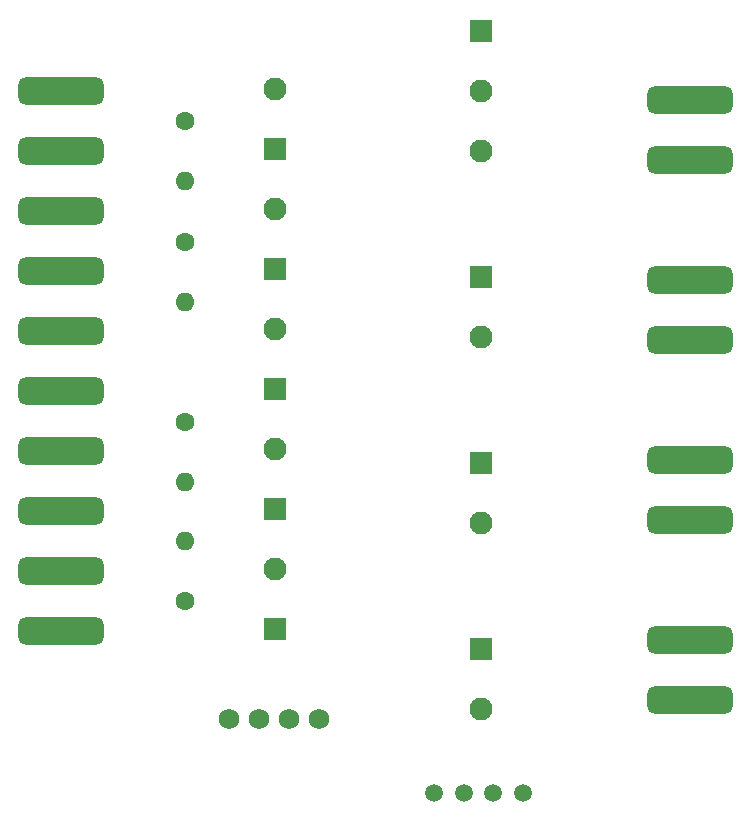
<source format=gbr>
%TF.GenerationSoftware,KiCad,Pcbnew,7.0.10*%
%TF.CreationDate,2024-07-21T07:40:16-04:00*%
%TF.ProjectId,12.1.1 - PLC Connector.kicad_pcb_appended,31322e31-2e31-4202-9d20-504c4320436f,rev?*%
%TF.SameCoordinates,Original*%
%TF.FileFunction,Soldermask,Bot*%
%TF.FilePolarity,Negative*%
%FSLAX46Y46*%
G04 Gerber Fmt 4.6, Leading zero omitted, Abs format (unit mm)*
G04 Created by KiCad (PCBNEW 7.0.10) date 2024-07-21 07:40:16*
%MOMM*%
%LPD*%
G01*
G04 APERTURE LIST*
G04 Aperture macros list*
%AMRoundRect*
0 Rectangle with rounded corners*
0 $1 Rounding radius*
0 $2 $3 $4 $5 $6 $7 $8 $9 X,Y pos of 4 corners*
0 Add a 4 corners polygon primitive as box body*
4,1,4,$2,$3,$4,$5,$6,$7,$8,$9,$2,$3,0*
0 Add four circle primitives for the rounded corners*
1,1,$1+$1,$2,$3*
1,1,$1+$1,$4,$5*
1,1,$1+$1,$6,$7*
1,1,$1+$1,$8,$9*
0 Add four rect primitives between the rounded corners*
20,1,$1+$1,$2,$3,$4,$5,0*
20,1,$1+$1,$4,$5,$6,$7,0*
20,1,$1+$1,$6,$7,$8,$9,0*
20,1,$1+$1,$8,$9,$2,$3,0*%
G04 Aperture macros list end*
%ADD10RoundRect,0.572500X-3.045750X-0.572500X3.045750X-0.572500X3.045750X0.572500X-3.045750X0.572500X0*%
%ADD11R,1.950000X1.950000*%
%ADD12C,1.950000*%
%ADD13C,1.600000*%
%ADD14O,1.600000X1.600000*%
%ADD15C,1.752600*%
%ADD16RoundRect,0.572500X3.045750X0.572500X-3.045750X0.572500X-3.045750X-0.572500X3.045750X-0.572500X0*%
%ADD17C,1.498600*%
G04 APERTURE END LIST*
D10*
%TO.C,J108*%
X135135726Y-97805761D03*
%TD*%
D11*
%TO.C,J124*%
X153289000Y-107823000D03*
D12*
X153289000Y-102743000D03*
%TD*%
D10*
%TO.C,J112*%
X135144119Y-118119473D03*
%TD*%
%TO.C,J105*%
X135135726Y-113041084D03*
%TD*%
%TO.C,J102*%
X135135726Y-128276415D03*
%TD*%
%TO.C,J101*%
X135157097Y-87647303D03*
%TD*%
%TO.C,J109*%
X135135726Y-92727320D03*
%TD*%
D13*
%TO.C,R104*%
X145669000Y-85140000D03*
D14*
X145669000Y-90220000D03*
%TD*%
D11*
%TO.C,J122*%
X153289000Y-117983000D03*
D12*
X153289000Y-112903000D03*
%TD*%
D10*
%TO.C,J103*%
X135135726Y-123197966D03*
%TD*%
D13*
%TO.C,R101*%
X145669000Y-125730000D03*
D14*
X145669000Y-120650000D03*
%TD*%
D15*
%TO.C,J126*%
X149352000Y-135763000D03*
X151892000Y-135763000D03*
X154432000Y-135763000D03*
X156972000Y-135763000D03*
%TD*%
D13*
%TO.C,R102*%
X145669000Y-110617000D03*
D14*
X145669000Y-115697000D03*
%TD*%
D13*
%TO.C,R103*%
X145669000Y-95377000D03*
D14*
X145669000Y-100457000D03*
%TD*%
D11*
%TO.C,J125*%
X153289000Y-97663000D03*
D12*
X153289000Y-92583000D03*
%TD*%
D11*
%TO.C,J123*%
X153289000Y-87503000D03*
D12*
X153289000Y-82423000D03*
%TD*%
D10*
%TO.C,J107*%
X135136410Y-102876694D03*
%TD*%
D11*
%TO.C,J118*%
X153289000Y-128143000D03*
D12*
X153289000Y-123063000D03*
%TD*%
D10*
%TO.C,J114*%
X135154390Y-107967303D03*
%TD*%
D16*
%TO.C,J119*%
X135132736Y-82570977D03*
%TD*%
D11*
%TO.C,J118*%
X170710225Y-98298462D03*
D12*
X170710225Y-103378462D03*
%TD*%
D11*
%TO.C,J120*%
X170710225Y-114046462D03*
D12*
X170710225Y-119126462D03*
%TD*%
D11*
%TO.C,J117*%
X170710225Y-77470462D03*
D12*
X170710225Y-82550462D03*
X170710225Y-87630462D03*
%TD*%
D11*
%TO.C,J119*%
X170710225Y-129794462D03*
D12*
X170710225Y-134874462D03*
%TD*%
D17*
%TO.C,J122*%
X174266225Y-141986462D03*
X171766225Y-141986462D03*
X169266225Y-141986462D03*
X166766225Y-141986462D03*
%TD*%
D10*
%TO.C,J104*%
X188427725Y-88391550D03*
%TD*%
%TO.C,J112*%
X188447999Y-103648104D03*
%TD*%
%TO.C,J102*%
X188419114Y-134116506D03*
%TD*%
%TO.C,J116*%
X188440469Y-118878540D03*
%TD*%
%TO.C,J103*%
X188433762Y-83317523D03*
%TD*%
%TO.C,J111*%
X188434972Y-98565054D03*
%TD*%
%TO.C,J107*%
X188445251Y-129045356D03*
%TD*%
%TO.C,J113*%
X188455684Y-113802003D03*
%TD*%
M02*

</source>
